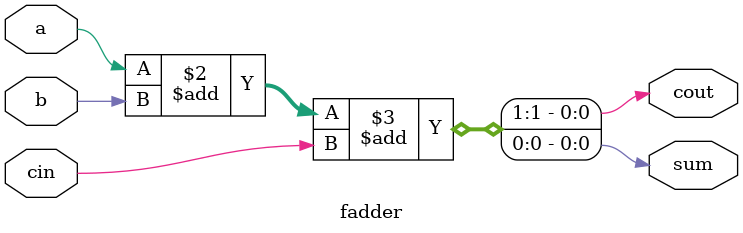
<source format=v>
module top_module (
    input [3:0] x,
    input [3:0] y,
    output [4:0] sum);

    wire cout1;
    wire cout2;
    wire cout3;

    fadder adder1 (.a(x[0]), .b(y[0]), .cin(0),     .cout(cout1), .sum(sum[0]));
    fadder adder2 (.a(x[1]), .b(y[1]), .cin(cout1), .cout(cout2), .sum(sum[1]));
    fadder adder3 (.a(x[2]), .b(y[2]), .cin(cout2), .cout(cout3), .sum(sum[2]));
    fadder adder4 (.a(x[3]), .b(y[3]), .cin(cout3), .cout(sum[4]), .sum(sum[3]));

endmodule

module fadder(
    input a, b, cin,
    output cout, sum );

    always @ (*) begin
        {cout,sum} = a + b + cin;
    end

endmodule

</source>
